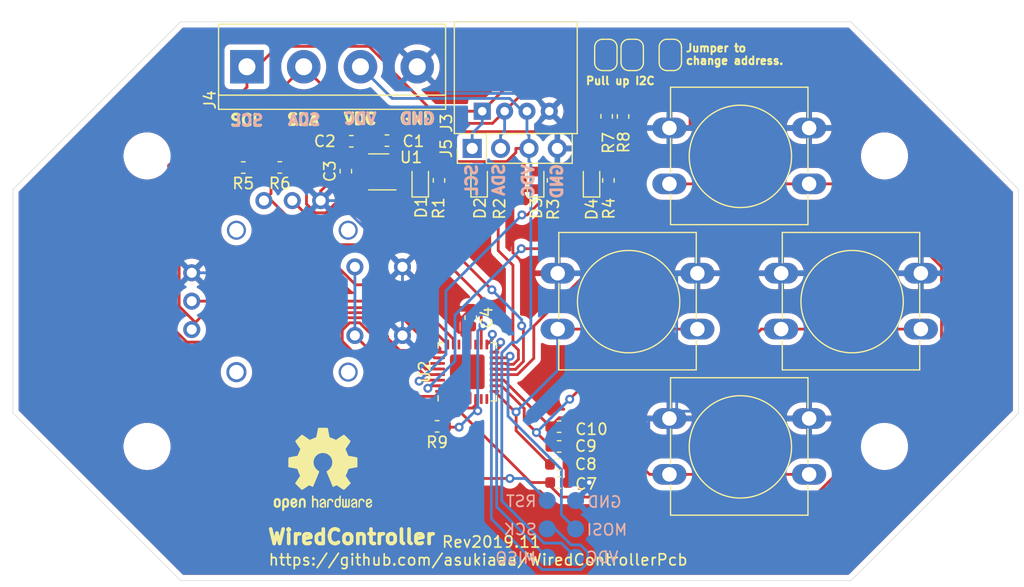
<source format=kicad_pcb>
(kicad_pcb (version 20211014) (generator pcbnew)
  (layers (0 "F.Cu" signal) (31 "B.Cu" signal) (34 "B.Paste" user) (35 "F.Paste" user) (36 "B.SilkS" user "B.Silkscreen") (37 "F.SilkS" user "F.Silkscreen") (38 "B.Mask" user) (39 "F.Mask" user) (44 "Edge.Cuts" user))
  (net 0 "")
  (net 1 "GND")
  (net 2 "Net-(C2-Pad1)")
  (net 3 "+3V3")
  (net 4 "Net-(C4-Pad2)")
  (net 5 "Net-(D1-Pad2)")
  (net 6 "Net-(D2-Pad2)")
  (net 7 "Net-(D3-Pad2)")
  (net 8 "/VertFailSafe")
  (net 9 "/VertValue")
  (net 10 "/HoriFailSafe")
  (net 11 "/HoriValue")
  (net 12 "/RST")
  (net 13 "/MISO")
  (net 14 "/SCK")
  (net 15 "/MOSI")
  (net 16 "/SDA")
  (net 17 "/SCL")
  (net 18 "/LED1")
  (net 19 "/LED2")
  (net 20 "/LED3")
  (net 21 "/BTNT")
  (net 22 "/BTNL")
  (net 23 "/BTNR")
  (net 24 "/BTNB")
  (net 26 "Net-(D4-Pad2)")
  (net 27 "/ADDR")
  (net 28 "/LED4")
  (net 29 "/JOY_PUSH")
  (net 34 "VDC")
  (net 35 "Net-(JP2-Pad2)")
  (net 36 "Net-(JP3-Pad2)")
  (footprint "Capacitor_SMD:C_0603_1608Metric" (layer "F.Cu") (at 133.47 60.63 180)
    (fp_text reference "C1")
    (fp_text value "1u")
  )
  (footprint "Capacitor_SMD:C_0603_1608Metric" (layer "F.Cu") (at 130.28 60.69 180)
    (fp_text reference "C2")
    (fp_text value "10n")
  )
  (footprint "Capacitor_SMD:C_0603_1608Metric" (layer "F.Cu") (at 129.79 63.368 90)
    (fp_text reference "C3")
    (fp_text value "2.2u")
  )
  (footprint "Capacitor_SMD:C_0603_1608Metric" (layer "F.Cu") (at 140.97 76.4725 -90)
    (fp_text reference "C4")
    (fp_text value "0.1u")
  )
  (footprint "LED_SMD:LED_0603_1608Metric" (layer "F.Cu") (at 136.45 64.19 90)
    (fp_text reference "D1")
    (fp_text value "LED")
  )
  (footprint "LED_SMD:LED_0603_1608Metric" (layer "F.Cu") (at 141.72 64.19 90)
    (fp_text reference "D2")
    (fp_text value "LED")
  )
  (footprint "LED_SMD:LED_0603_1608Metric" (layer "F.Cu") (at 146.78 64.19 90)
    (fp_text reference "D3")
    (fp_text value "LED")
  )
  (footprint "footprints:PS4tJoystick" (layer "F.Cu") (at 125 75 180)
    (fp_text reference "J1" hide)
    (fp_text value "Joystick")
  )
  (footprint "footprints:NS-Tech_Grove_1x04_P2mm_Horizontal" (layer "F.Cu") (at 145 58 90)
    (fp_text reference "J3")
    (fp_text value "Conn_01x04")
  )
  (footprint "Resistor_SMD:R_0603_1608Metric" (layer "F.Cu") (at 138.13 64.19 90)
    (fp_text reference "R1")
    (fp_text value "1k")
  )
  (footprint "Resistor_SMD:R_0603_1608Metric" (layer "F.Cu") (at 143.43 64.19 90)
    (fp_text reference "R2")
    (fp_text value "1k")
  )
  (footprint "Resistor_SMD:R_0603_1608Metric" (layer "F.Cu") (at 148.33 64.19 90)
    (fp_text reference "R3")
    (fp_text value "1k")
  )
  (footprint "Resistor_SMD:R_0603_1608Metric" (layer "F.Cu") (at 120.612 63.04 180)
    (fp_text reference "R5")
    (fp_text value "1k")
  )
  (footprint "Resistor_SMD:R_0603_1608Metric" (layer "F.Cu") (at 123.882 63.03 180)
    (fp_text reference "R6")
    (fp_text value "1k")
  )
  (footprint "footprints:SW_Center_PUSH-12mm" (layer "F.Cu") (at 165 62)
    (fp_text reference "SW1" hide)
    (fp_text value "SW_Push")
  )
  (footprint "Package_TO_SOT_SMD:SOT-23-5" (layer "F.Cu") (at 132.73 63.43 180)
    (fp_text reference "U1")
    (fp_text value "LP2985-3.3")
  )
  (footprint "Package_DFN_QFN:QFN-32-1EP_5x5mm_P0.5mm_EP3.1x3.1mm" (layer "F.Cu") (at 140.66 81.32 90)
    (fp_text reference "U2")
    (fp_text value "ATmega328P-MU")
  )
  (footprint "LED_SMD:LED_0603_1608Metric" (layer "F.Cu") (at 151.78 64.19 90)
    (fp_text reference "D4")
    (fp_text value "LED")
  )
  (footprint "Jumper:SolderJumper-2_P1.3mm_Open_RoundedPad1.0x1.5mm" (layer "F.Cu") (at 158.83 52.96 -90)
    (fp_text reference "JP1" hide)
    (fp_text value "Jumper_NO")
  )
  (footprint "Resistor_SMD:R_0603_1608Metric" (layer "F.Cu") (at 153.29 64.19 90)
    (fp_text reference "R4")
    (fp_text value "1k")
  )
  (footprint "Capacitor_SMD:C_0603_1608Metric" (layer "F.Cu") (at 148.868 91.23)
    (fp_text reference "C7")
    (fp_text value "0.1u")
  )
  (footprint "Capacitor_SMD:C_0603_1608Metric" (layer "F.Cu") (at 148.842 89.61)
    (fp_text reference "C8")
    (fp_text value "0.1u")
  )
  (footprint "Capacitor_SMD:C_0603_1608Metric" (layer "F.Cu") (at 148.88 88)
    (fp_text reference "C9")
    (fp_text value "0.1u")
  )
  (footprint "Capacitor_SMD:C_0603_1608Metric" (layer "F.Cu") (at 148.872 86.23)
    (fp_text reference "C10")
    (fp_text value "0.1u")
  )
  (footprint "footprints:SW_Center_PUSH-12mm" (layer "F.Cu") (at 155 75)
    (fp_text reference "SW2" hide)
    (fp_text value "SW_Push")
  )
  (footprint "footprints:SW_Center_PUSH-12mm" (layer "F.Cu") (at 175 75)
    (fp_text reference "SW3" hide)
    (fp_text value "SW_Push")
  )
  (footprint "footprints:SW_Center_PUSH-12mm" (layer "F.Cu") (at 165 88)
    (fp_text reference "SW4" hide)
    (fp_text value "SW_Push")
  )
  (footprint "MountingHole:MountingHole_3.2mm_M3" (layer "F.Cu") (at 112 62)
    (fp_text reference "REF1" hide)
    (fp_text value "MountingHole_3.2mm_M3")
  )
  (footprint "MountingHole:MountingHole_3.2mm_M3" (layer "F.Cu") (at 178 62)
    (fp_text reference "REF3" hide)
    (fp_text value "MountingHole_3.2mm_M3")
  )
  (footprint "MountingHole:MountingHole_3.2mm_M3" (layer "F.Cu") (at 112 88)
    (fp_text reference "REF2" hide)
    (fp_text value "MountingHole_3.2mm_M3")
  )
  (footprint "MountingHole:MountingHole_3.2mm_M3" (layer "F.Cu") (at 178 88)
    (fp_text reference "REF4" hide)
    (fp_text value "MountingHole_3.2mm_M3")
  )
  (footprint "Symbol:OSHW-Logo2_9.8x8mm_SilkScreen" (layer "F.Cu") (at 127.74 90.05)
    (fp_text reference "REF**" hide)
    (fp_text value "OSHW-Logo2_9.8x8mm_SilkScreen" hide)
  )
  (footprint "TerminalBlock:TerminalBlock_bornier-4_P5.08mm" (layer "F.Cu") (at 120.94 54.02)
    (fp_text reference "J4")
    (fp_text value "Conn_01x04")
  )
  (footprint "Jumper:SolderJumper-2_P1.3mm_Open_RoundedPad1.0x1.5mm" (layer "F.Cu") (at 153.06 52.96 -90)
    (fp_text reference "JP2" hide)
    (fp_text value "Jumper_NO")
  )
  (footprint "Jumper:SolderJumper-2_P1.3mm_Open_RoundedPad1.0x1.5mm" (layer "F.Cu") (at 155.42 52.96 -90)
    (fp_text reference "JP3" hide)
    (fp_text value "Jumper_NO")
  )
  (footprint "Resistor_SMD:R_0603_1608Metric" (layer "F.Cu") (at 153.13 58.4575 90)
    (fp_text reference "R7")
    (fp_text value "10k")
  )
  (footprint "Resistor_SMD:R_0603_1608Metric" (layer "F.Cu") (at 154.6 58.4675 90)
    (fp_text reference "R8")
    (fp_text value "10k")
  )
  (footprint "Connector_PinHeader_2.54mm:PinHeader_1x04_P2.54mm_Vertical" (layer "F.Cu") (at 141.1 61.33 90)
    (fp_text reference "J5")
    (fp_text value "Conn_01x04")
  )
  (footprint "Resistor_SMD:R_0603_1608Metric" (layer "F.Cu") (at 137.9625 86.2 180)
    (fp_text reference "R9")
    (fp_text value "10k")
  )
  (footprint "footprints:2x03_P2.54mm_Pads" (layer "B.Cu") (at 149.08 95.38)
    (fp_text reference "J2" hide)
    (fp_text value "Conn_01x06")
  )
  (gr_line (start 175 100) (end 115 100) (layer "Edge.Cuts") (width 0.05))
  (gr_line (start 100 65) (end 115 50) (layer "Edge.Cuts") (width 0.05))
  (gr_line (start 115 100) (end 100 85) (layer "Edge.Cuts") (width 0.05))
  (gr_line (start 100 85) (end 100 65) (layer "Edge.Cuts") (width 0.05))
  (gr_line (start 190 65) (end 190 85) (layer "Edge.Cuts") (width 0.05))
  (gr_line (start 190 85) (end 175 100) (layer "Edge.Cuts") (width 0.05))
  (gr_line (start 175 50) (end 190 65) (layer "Edge.Cuts") (width 0.05))
  (gr_line (start 115 50) (end 175 50) (layer "Edge.Cuts") (width 0.05))
  (gr_text "SCL" (at 120.99 58.83) (layer "B.SilkS") (effects (font (size 1 1) (thickness 0.25)) (justify mirror)))
  (gr_text "GND" (at 136.24 58.67) (layer "B.SilkS") (effects (font (size 1 1) (thickness 0.25)) (justify mirror)))
  (gr_text "SCL" (at 141.05 64.15 90) (layer "B.SilkS") (effects (font (size 1 1) (thickness 0.25)) (justify mirror)))
  (gr_text "VDC" (at 131.07 58.67) (layer "B.SilkS") (effects (font (size 1 1) (thickness 0.25)) (justify mirror)))
  (gr_text "GND" (at 148.68 64.27 90) (layer "B.SilkS") (effects (font (size 1 1) (thickness 0.25)) (justify mirror)))
  (gr_text "VDC" (at 146.11 64.22 90) (layer "B.SilkS") (effects (font (size 1 1) (thickness 0.25)) (justify mirror)))
  (gr_text "RST" (at 145.49 92.91) (layer "B.SilkS") (effects (font (size 1 1)) (justify mirror)))
  (gr_text "SCK" (at 145.4 95.43) (layer "B.SilkS") (effects (font (size 1 1)) (justify mirror)))
  (gr_text "GND" (at 152.94 92.97) (layer "B.SilkS") (effects (font (size 1 1)) (justify mirror)))
  (gr_text "MISO" (at 144.99 97.99) (layer "B.SilkS") (effects (font (size 1 1)) (justify mirror)))
  (gr_text "MOSI" (at 153.16 95.46) (layer "B.SilkS") (effects (font (size 1 1)) (justify mirror)))
  (gr_text "SDA" (at 143.48 64.13 90) (layer "B.SilkS") (effects (font (size 1 1) (thickness 0.25)) (justify mirror)))
  (gr_text "SDA" (at 126.08 58.77) (layer "B.SilkS") (effects (font (size 1 1) (thickness 0.25)) (justify mirror)))
  (gr_text "VDC" (at 152.75 97.92) (layer "B.SilkS") (effects (font (size 1 1)) (justify mirror)))
  (gr_text "Pull up I2C" (at 151.19 55.28) (layer "F.SilkS") (effects (font (size 0.7 0.7) (thickness 0.175)) (justify left)))
  (gr_text "SDA" (at 125.96 58.75) (layer "F.SilkS") (effects (font (size 1 1) (thickness 0.25))))
  (gr_text "Rev2019.11" (at 142.81 96.55) (layer "F.SilkS") (effects (font (size 1 1))))
  (gr_text "Jumper to\nchange address." (at 160.14 52.91) (layer "F.SilkS") (effects (font (size 0.7 0.7) (thickness 0.175)) (justify left)))
  (gr_text "https://github.com/asukiaaa/WiredControllerPcb" (at 141.63 98.15) (layer "F.SilkS") (effects (font (size 1 1))))
  (gr_text "SCL" (at 120.85 58.81) (layer "F.SilkS") (effects (font (size 1 1) (thickness 0.25))))
  (gr_text "GND" (at 136.16 58.67) (layer "F.SilkS") (effects (font (size 1 1) (thickness 0.25))))
  (gr_text "WiredController" (at 130.31 96.1) (layer "F.SilkS") (effects (font (size 1.3 1.3) (thickness 0.325))))
  (gr_text "VDC" (at 131.07 58.69) (layer "F.SilkS") (effects (font (size 1 1) (thickness 0.25))))
  (segment (start 140.41 81.07) (end 140.41 78.8825) (width 0.25) (layer "F.Cu") (net 1))
  (segment (start 140.66 82.9944) (end 140.66 81.32) (width 0.25) (layer "F.Cu") (net 1))
  (segment (start 141.72 64.9775) (end 142.4992 64.1983) (width 0.25) (layer "F.Cu") (net 1))
  (segment (start 146.78 64.9775) (end 144.7445 64.9775) (width 0.25) (layer "F.Cu") (net 1))
  (segment (start 140.91 83.2444) (end 140.91 83.7575) (width 0.25) (layer "F.Cu") (net 1))
  (segment (start 147.5675 64.19) (end 149.0522 64.19) (width 0.25) (layer "F.Cu") (net 1))
  (segment (start 139.91 83.2663) (end 140.1819 82.9944) (width 0.25) (layer "F.Cu") (net 1))
  (segment (start 133.83 63.43) (end 132.9747 63.43) (width 0.25) (layer "F.Cu") (net 1))
  (segment (start 181.25 72.5) (end 168.75 72.5) (width 0.25) (layer "F.Cu") (net 1))
  (segment (start 140.66 82.9944) (end 140.91 83.2444) (width 0.25) (layer "F.Cu") (net 1))
  (segment (start 129.809 62.8725) (end 129.809 62.5995) (width 0.25) (layer "F.Cu") (net 1))
  (segment (start 149.6295 89.61) (end 149.6675 89.572) (width 0.25) (layer "F.Cu") (net 1))
  (segment (start 136.45 64.9775) (end 136.379 65.0485) (width 0.25) (layer "F.Cu") (net 1))
  (segment (start 149.6555 89.636) (end 149.6295 89.61) (width 0.25) (layer "F.Cu") (net 1))
  (segment (start 141.72 64.9775) (end 140.9408 64.1983) (width 0.25) (layer "F.Cu") (net 1))
  (segment (start 129.809 62.8725) (end 130.0877 63.1512) (width 0.25) (layer "F.Cu") (net 1))
  (segment (start 149.0522 64.19) (end 149.1372 64.105) (width 0.25) (layer "F.Cu") (net 1))
  (segment (start 146.5862 72.5) (end 148.75 72.5) (width 0.25) (layer "F.Cu") (net 1))
  (segment (start 133.145 65.0485) (end 132.9747 64.8782) (width 0.25) (layer "F.Cu") (net 1))
  (segment (start 149.6675 89.572) (end 149.6675 88) (width 0.25) (layer "F.Cu") (net 1))
  (segment (start 140.66 81.32) (end 140.41 81.07) (width 0.25) (layer "F.Cu") (net 1))
  (segment (start 132.9747 63.43) (end 132.9613 63.43) (width 0.25) (layer "F.Cu") (net 1))
  (segment (start 171.25 59.5) (end 160.5993 59.5) (width 0.25) (layer "F.Cu") (net 1))
  (segment (start 139.91 83.7575) (end 139.91 83.2663) (width 0.25) (layer "F.Cu") (net 1))
  (segment (start 140.9408 64.1983) (end 137.2292 64.1983) (width 0.25) (layer "F.Cu") (net 1))
  (segment (start 129.809 62.5995) (end 129.79 62.5805) (width 0.25) (layer "F.Cu") (net 1))
  (segment (start 160.5993 52.4993) (end 160.5993 53.9291) (width 0.25) (layer "F.Cu") (net 1))
  (segment (start 130.0877 63.1512) (end 132.6825 63.1512) (width 0.25) (layer "F.Cu") (net 1))
  (segment (start 132.9613 63.43) (end 132.6825 63.1512) (width 0.25) (layer "F.Cu") (net 1))
  (segment (start 146.78 64.9775) (end 147.5675 64.19) (width 0.25) (layer "F.Cu") (net 1))
  (segment (start 149.6675 86.23) (end 149.6675 88) (width 0.25) (layer "F.Cu") (net 1))
  (segment (start 137.2292 64.1983) (end 136.45 64.9775) (width 0.25) (layer "F.Cu") (net 1))
  (segment (start 151.78 64.9775) (end 150.9075 64.105) (width 0.25) (layer "F.Cu") (net 1))
  (segment (start 160.5993 59.5) (end 160.5993 53.9291) (width 0.25) (layer "F.Cu") (net 1))
  (segment (start 144.7445 64.9775) (end 144.7445 70.6583) (width 0.25) (layer "F.Cu") (net 1))
  (segment (start 149.6555 91.23) (end 151.57 91.23) (width 0.25) (layer "F.Cu") (net 1))
  (segment (start 148.72 61.33) (end 148.72 62.5053) (width 0.25) (layer "F.Cu") (net 1))
  (segment (start 142.4992 64.1983) (end 143.9653 64.1983) (width 0.25) (layer "F.Cu") (net 1))
  (segment (start 150.9075 64.105) (end 149.1372 64.105) (width 0.25) (layer "F.Cu") (net 1))
  (segment (start 158.83 52.31) (end 160.41 52.31) (width 0.25) (layer "F.Cu") (net 1))
  (segment (start 151.57 91.23) (end 151.575 91.225) (width 0.25) (layer "F.Cu") (net 1))
  (segment (start 129.4925 62.283) (end 129.4925 60.69) (width 0.25) (layer "F.Cu") (net 1))
  (segment (start 140.1819 82.9944) (end 140.66 82.9944) (width 0.25) (layer "F.Cu") (net 1))
  (segment (start 129.79 62.5805) (end 129.4925 62.283) (width 0.25) (layer "F.Cu") (net 1))
  (segment (start 160.41 52.31) (end 160.5993 52.4993) (width 0.25) (layer "F.Cu") (net 1))
  (segment (start 132.6825 63.1512) (end 132.6825 60.63) (width 0.25) (layer "F.Cu") (net 1))
  (segment (start 144.7445 70.6583) (end 146.5862 72.5) (width 0.25) (layer "F.Cu") (net 1))
  (segment (start 158.75 59.5) (end 160.5993 59.5) (width 0.25) (layer "F.Cu") (net 1))
  (segment (start 143.9653 64.1983) (end 144.7445 64.9775) (width 0.25) (layer "F.Cu") (net 1))
  (segment (start 149.1372 62.9225) (end 148.72 62.5053) (width 0.25) (layer "F.Cu") (net 1))
  (segment (start 127.54 66) (end 127.54 65.1415) (width 0.25) (layer "F.Cu") (net 1))
  (segment (start 140.1688 78.0217) (end 140.1688 76.4862) (width 0.25) (layer "F.Cu") (net 1))
  (segment (start 149.6555 91.23) (end 149.6555 89.636) (width 0.25) (layer "F.Cu") (net 1))
  (segment (start 149.6675 86.23) (end 149.6595 86.23) (width 0.25) (layer "F.Cu") (net 1))
  (segment (start 149.1372 64.105) (end 149.1372 62.9225) (width 0.25) (layer "F.Cu") (net 1))
  (segment (start 134.86 71.93) (end 139.4162 76.4862) (width 0.25) (layer "F.Cu") (net 1))
  (segment (start 127.54 65.1415) (end 129.809 62.8725) (width 0.25) (layer "F.Cu") (net 1))
  (segment (start 140.41 78.2629) (end 140.1688 78.0217) (width 0.25) (layer "F.Cu") (net 1))
  (segment (start 139.4162 76.4862) (end 140.1688 76.4862) (width 0.25) (layer "F.Cu") (net 1))
  (segment (start 158.9802 52.31) (end 158.83 52.31) (width 0.25) (layer "F.Cu") (net 1))
  (segment (start 140.41 78.8825) (end 140.41 78.2629) (width 0.25) (layer "F.Cu") (net 1))
  (segment (start 140.1688 76.4862) (end 140.97 75.685) (width 0.25) (layer "F.Cu") (net 1))
  (segment (start 132.9747 64.8782) (end 132.9747 63.43) (width 0.25) (layer "F.Cu") (net 1))
  (segment (start 136.379 65.0485) (end 133.145 65.0485) (width 0.25) (layer "F.Cu") (net 1))
  (via (at 151.575 91.225) (size 0.8) (drill 0.4) (layers "F.Cu" "B.Cu") (net 1))
  (segment (start 145.2721 56.6876) (end 145.2476 56.6876) (width 0.25) (layer "B.Cu") (net 1))
  (segment (start 168.75 84.8493) (end 169.4007 85.5) (width 0.25) (layer "B.Cu") (net 1))
  (segment (start 121.08 72.46) (end 127.54 66) (width 0.25) (layer "B.Cu") (net 1))
  (segment (start 134.86 78.07) (end 134.86 71.93) (width 0.25) (layer "B.Cu") (net 1))
  (segment (start 134.86 71.93) (end 134.86 71.8477) (width 0.25) (layer "B.Cu") (net 1))
  (segment (start 159.4007 84.8493) (end 168.75 84.8493) (width 0.25) (layer "B.Cu") (net 1))
  (segment (start 168.75 72.5) (end 163.0993 72.5) (width 0.25) (layer "B.Cu") (net 1))
  (segment (start 149.5 59.5) (end 149.4374 59.4373) (width 0.25) (layer "B.Cu") (net 1))
  (segment (start 138.176 56.016) (end 136.18 54.02) (width 0.25) (layer "B.Cu") (net 1))
  (segment (start 151.575 91.225) (end 151.575 91.615) (width 0.25) (layer "B.Cu") (net 1))
  (segment (start 145.4391 56.8546) (end 145.2721 56.6876) (width 0.25) (layer "B.Cu") (net 1))
  (segment (start 134.86 71.8477) (end 129.0123 66) (width 0.25) (layer "B.Cu") (net 1))
  (segment (start 144.9839 56.4043) (end 138.4636 56.4043) (width 0.25) (layer "B.Cu") (net 1))
  (segment (start 171.25 85.5) (end 169.4007 85.5) (width 0.25) (layer "B.Cu") (net 1))
  (segment (start 138.4636 56.4043) (end 138.176 56.1167) (width 0.25) (layer "B.Cu") (net 1))
  (segment (start 148.72 61.33) (end 148.72 60.1547) (width 0.25) (layer "B.Cu") (net 1))
  (segment (start 148 58) (end 146.8546 56.8546) (width 0.25) (layer "B.Cu") (net 1))
  (segment (start 161.25 72.5) (end 163.0993 72.5) (width 0.25) (layer "B.Cu") (net 1))
  (segment (start 149.4374 59.4373) (end 148.72 60.1547) (width 0.25) (layer "B.Cu") (net 1))
  (segment (start 138.176 56.1167) (end 138.176 56.016) (width 0.25) (layer "B.Cu") (net 1))
  (segment (start 145.2476 56.6876) (end 145.2476 56.668) (width 0.25) (layer "B.Cu") (net 1))
  (segment (start 156.9007 59.5) (end 149.5 59.5) (width 0.25) (layer "B.Cu") (net 1))
  (segment (start 145.2476 56.668) (end 144.9839 56.4043) (width 0.25) (layer "B.Cu") (net 1))
  (segment (start 129.0123 66) (end 127.54 66) (width 0.25) (layer "B.Cu") (net 1))
  (segment (start 159.4007 84.8493) (end 158.75 85.5) (width 0.25) (layer "B.Cu") (net 1))
  (segment (start 156.9007 86.2893) (end 150.35 92.84) (width 0.25) (layer "B.Cu") (net 1))
  (segment (start 146.8546 56.8546) (end 145.4391 56.8546) (width 0.25) (layer "B.Cu") (net 1))
  (segment (start 156.9007 85.5) (end 156.9007 86.2893) (width 0.25) (layer "B.Cu") (net 1))
  (segment (start 148.75 72.5) (end 159.4007 72.5) (width 0.25) (layer "B.Cu") (net 1))
  (segment (start 149.4374 59.4373) (end 148 58) (width 0.25) (layer "B.Cu") (net 1))
  (segment (start 158.75 85.5) (end 156.9007 85.5) (width 0.25) (layer "B.Cu") (net 1))
  (segment (start 151.575 91.615) (end 150.35 92.84) (width 0.25) (layer "B.Cu") (net 1))
  (segment (start 159.4007 72.5) (end 159.4007 84.8493) (width 0.25) (layer "B.Cu") (net 1))
  (segment (start 116 72.46) (end 121.08 72.46) (width 0.25) (layer "B.Cu") (net 1))
  (segment (start 161.25 72.5) (end 159.4007 72.5) (width 0.25) (layer "B.Cu") (net 1))
  (segment (start 158.75 59.5) (end 156.9007 59.5) (width 0.25) (layer "B.Cu") (net 1))
  (segment (start 130.7747 60.9828) (end 131.0675 60.69) (width 0.25) (layer "F.Cu") (net 2))
  (segment (start 131.63 62.48) (end 130.7747 62.48) (width 0.25) (layer "F.Cu") (net 2))
  (segment (start 130.7747 62.48) (end 130.7747 60.9828) (width 0.25) (layer "F.Cu") (net 2))
  (segment (start 141.2377 84.4541) (end 141.5945 84.8109) (width 0.25) (layer "F.Cu") (net 3))
  (segment (start 140.41 84.2934) (end 140.41 83.7575) (width 0.25) (layer "F.Cu") (net 3))
  (segment (start 139.925 86.275) (end 138.825 86.275) (width 0.25) (layer "F.Cu") (net 3))
  (segment (start 141.91 77.2115) (end 141.91 74.66) (width 0.25) (layer "F.Cu") (net 3))
  (segment (start 141.41 84.2818) (end 141.2377 84.4541) (width 0.25) (layer "F.Cu") (net 3))
  (segment (start 140.6795 84.5629) (end 140.41 84.2934) (width 0.25) (layer "F.Cu") (net 3))
  (segment (start 141.2377 84.4541) (end 141.1289 84.5629) (width 0.25) (layer "F.Cu") (net 3))
  (segment (start 131.63 64.38) (end 132.4853 64.38) (width 0.25) (layer "F.Cu") (net 3))
  (segment (start 130.0145 64.38) (end 129.79 64.1555) (width 0.25) (layer "F.Cu") (net 3))
  (segment (start 124.6695 63.03) (end 127.8749 59.8246) (width 0.25) (layer "F.Cu") (net 3))
  (segment (start 154.59 59.245) (end 153.13 59.245) (width 0.25) (layer "F.Cu") (net 3))
  (segment (start 130.0145 64.38) (end 130.0145 65.0868) (width 0.25) (layer "F.Cu") (net 3))
  (segment (start 141.91 74.66) (end 132.4853 65.2353) (width 0.25) (layer "F.Cu") (net 3))
  (segment (start 124.6695 63.03) (end 123.8664 62.2269) (width 0.25) (layer "F.Cu") (net 3))
  (segment (start 130.0145 65.0868) (end 128.0062 67.0951) (width 0.25) (layer "F.Cu") (net 3))
  (segment (start 138.825 86.275) (end 138.75 86.2) (width 0.25) (layer "F.Cu") (net 3))
  (segment (start 126.27 64.6305) (end 124.6695 63.03) (width 0.25) (layer "F.Cu") (net 3))
  (segment (start 141.1289 84.5629) (end 140.6795 84.5629) (width 0.25) (layer "F.Cu") (net 3))
  (segment (start 126.27 66.3) (end 126.27 64.6305) (width 0.25) (layer "F.Cu") (net 3))
  (segment (start 141.41 83.7575) (end 141.41 84.2818) (width 0.25) (layer "F.Cu") (net 3))
  (segment (start 141.91 77.2115) (end 142.0545 77.2115) (width 0.25) (layer "F.Cu") (net 3))
  (segment (start 131.63 64.38) (end 130.0145 64.38) (width 0.25) (layer "F.Cu") (net 3))
  (segment (start 123.8664 62.2269) (end 122.2126 62.2269) (width 0.25) (layer "F.Cu") (net 3))
  (segment (start 152.5504 59.8246) (end 153.13 59.245) (width 0.25) (layer "F.Cu") (net 3))
  (segment (start 141.91 78.8825) (end 141.91 77.2115) (width 0.25) (layer "F.Cu") (net 3))
  (segment (start 127.8749 59.8246) (end 152.5504 59.8246) (width 0.25) (layer "F.Cu") (net 3))
  (segment (start 154.6 59.255) (end 154.59 59.245) (width 0.25) (layer "F.Cu") (net 3))
  (segment (start 132.4853 65.2353) (end 132.4853 64.38) (width 0.25) (layer "F.Cu") (net 3))
  (segment (start 127.0651 67.0951) (end 126.27 66.3) (width 0.25) (layer "F.Cu") (net 3))
  (segment (start 128.0062 67.0951) (end 127.0651 67.0951) (width 0.25) (layer "F.Cu") (net 3))
  (segment (start 122.2126 62.2269) (end 121.3995 63.04) (width 0.25) (layer "F.Cu") (net 3))
  (via (at 141.5945 84.8109) (size 0.8) (drill 0.4) (layers "F.Cu" "B.Cu") (net 3))
  (via (at 142.0545 77.2115) (size 0.8) (drill 0.4) (layers "F.Cu" "B.Cu") (net 3))
  (via (at 139.925 86.275) (size 0.8) (drill 0.4) (layers "F.Cu" "B.Cu") (net 3))
  (segment (start 141.5945 77.6715) (end 141.5945 84.8109) (width 0.25) (layer "B.Cu") (net 3))
  (segment (start 142.0545 77.2115) (end 141.5945 77.6715) (width 0.25) (layer "B.Cu") (net 3))
  (segment (start 141.5945 84.8109) (end 141.3891 84.8109) (width 0.25) (layer "B.Cu") (net 3))
  (segment (start 141.3891 84.8109) (end 139.925 86.275) (width 0.25) (layer "B.Cu") (net 3))
  (segment (start 140.91 77.32) (end 140.97 77.26) (width 0.25) (layer "F.Cu") (net 4))
  (segment (start 140.91 78.8825) (end 140.91 77.32) (width 0.25) (layer "F.Cu") (net 4))
  (segment (start 136.45 63.4025) (end 138.13 63.4025) (width 0.25) (layer "F.Cu") (net 5))
  (segment (start 141.72 63.4025) (end 143.43 63.4025) (width 0.25) (layer "F.Cu") (net 6))
  (segment (start 146.78 63.4025) (end 148.33 63.4025) (width 0.25) (layer "F.Cu") (net 7))
  (segment (start 137.3993 79.0458) (end 133.9352 75.5817) (width 0.25) (layer "F.Cu") (net 8))
  (segment (start 133.9352 75.5817) (end 117.6403 75.5817) (width 0.25) (layer "F.Cu") (net 8))
  (segment (start 117.6403 75.5817) (end 116.3175 76.9045) (width 0.25) (layer "F.Cu") (net 8))
  (segment (start 137.3993 79.7425) (end 137.3993 79.0458) (width 0.25) (layer "F.Cu") (net 8))
  (segment (start 116.3175 77.2225) (end 116 77.54) (width 0.25) (layer "F.Cu") (net 8))
  (segment (start 114.8746 75.4616) (end 116.3175 76.9045) (width 0.25) (layer "F.Cu") (net 8))
  (segment (start 114.8746 67.9899) (end 114.8746 75.4616) (width 0.25) (layer "F.Cu") (net 8))
  (segment (start 119.8245 63.04) (end 114.8746 67.9899) (width 0.25) (layer "F.Cu") (net 8))
  (segment (start 137.7268 80.07) (end 137.3993 79.7425) (width 0.25) (layer "F.Cu") (net 8))
  (segment (start 138.2225 80.07) (end 137.7268 80.07) (width 0.25) (layer "F.Cu") (net 8))
  (segment (start 116.3175 76.9045) (end 116.3175 77.2225) (width 0.25) (layer "F.Cu") (net 8))
  (segment (start 133.9904 75) (end 138.2225 79.2321) (width 0.25) (layer "F.Cu") (net 9))
  (segment (start 138.2225 79.2321) (end 138.2225 79.57) (width 0.25) (layer "F.Cu") (net 9))
  (segment (start 116 75) (end 133.9904 75) (width 0.25) (layer "F.Cu") (net 9))
  (segment (start 122.7933 65.6667) (end 122.46 66) (width 0.25) (layer "F.Cu") (net 10))
  (segment (start 130.6576 73.531) (end 122.7933 65.6667) (width 0.25) (layer "F.Cu") (net 10))
  (segment (start 138.91 78.8825) (end 133.5585 73.531) (width 0.25) (layer "F.Cu") (net 10))
  (segment (start 123.0945 63.03) (end 123.0945 65.3655) (width 0.25) (layer "F.Cu") (net 10))
  (segment (start 123.0945 65.3655) (end 122.7933 65.6667) (width 0.25) (layer "F.Cu") (net 10))
  (segment (start 133.5585 73.531) (end 130.6576 73.531) (width 0.25) (layer "F.Cu") (net 10))
  (segment (start 128.9417 69.9417) (end 125 66) (width 0.25) (layer "F.Cu") (net 11))
  (segment (start 139.41 78.8825) (end 139.41 78.3789) (width 0.25) (layer "F.Cu") (net 11))
  (segment (start 139.41 78.3789) (end 130.9728 69.9417) (width 0.25) (layer "F.Cu") (net 11))
  (segment (start 130.9728 69.9417) (end 128.9417 69.9417) (width 0.25) (layer "F.Cu") (net 11))
  (segment (start 132.2823 78.3393) (end 135.0813 81.1383) (width 0.25) (layer "F.Cu") (net 12))
  (segment (start 135.0813 81.1383) (end 136.357 81.1383) (width 0.25) (layer "F.Cu") (net 12))
  (segment (start 132.2823 78.1878) (end 132.2823 78.3393) (width 0.25) (layer "F.Cu") (net 12))
  (segment (start 136.357 81.1383) (end 136.7887 81.57) (width 0.25) (layer "F.Cu") (net 12))
  (segment (start 130.1311 76.9327) (end 131.0272 76.9327) (width 0.25) (layer "F.Cu") (net 12))
  (segment (start 144.4716 90.8677) (end 141.7662 90.8677) (width 0.25) (layer "F.Cu") (net 12))
  (segment (start 129.4697 78.5712) (end 129.4697 77.5941) (width 0.25) (layer "F.Cu") (net 12))
  (segment (start 136.7887 81.57) (end 138.2225 81.57) (width 0.25) (layer "F.Cu") (net 12))
  (segment (start 131.0272 76.9327) (end 132.2823 78.1878) (width 0.25) (layer "F.Cu") (net 12))
  (segment (start 129.4697 77.5941) (end 130.1311 76.9327) (width 0.25) (layer "F.Cu") (net 12))
  (segment (start 141.7662 90.8677) (end 129.4697 78.5712) (width 0.25) (layer "F.Cu") (net 12))
  (via (at 144.4716 90.8677) (size 0.8) (drill 0.4) (layers "F.Cu" "B.Cu") (net 12))
  (segment (start 144.4716 90.8677) (end 145.8377 90.8677) (width 0.25) (layer "B.Cu") (net 12))
  (segment (start 145.8377 90.8677) (end 147.81 92.84) (width 0.25) (layer "B.Cu") (net 12))
  (segment (start 143.6426 79.0249) (end 143.6426 78.675) (width 0.25) (layer "F.Cu") (net 13))
  (segment (start 143.0975 79.57) (end 143.6426 79.0249) (width 0.25) (layer "F.Cu") (net 13))
  (via (at 143.6426 78.675) (size 0.8) (drill 0.4) (layers "F.Cu" "B.Cu") (net 13))
  (segment (start 143.2876 93.3976) (end 143.2876 79.03) (width 0.25) (layer "B.Cu") (net 13))
  (segment (start 147.81 97.92) (end 143.2876 93.3976) (width 0.25) (layer "B.Cu") (net 13))
  (segment (start 143.2876 79.03) (end 143.6426 78.675) (width 0.25) (layer "B.Cu") (net 13))
  (segment (start 142.41 78.8825) (end 142.9026 78.3899) (width 0.25) (layer "F.Cu") (net 14))
  (segment (start 142.9026 78.3899) (end 142.9026 77.9664) (width 0.25) (layer "F.Cu") (net 14))
  (via (at 142.9026 77.9664) (size 0.8) (drill 0.4) (layers "F.Cu" "B.Cu") (net 14))
  (segment (start 148.5222 95.38) (end 147.81 95.38) (width 0.25) (layer "B.Cu") (net 14))
  (segment (start 151.4436 97.4758) (end 150.7771 96.8093) (width 0.25) (layer "B.Cu") (net 14))
  (segment (start 142.816 78.053) (end 142.816 94.4856) (width 0.25) (layer "B.Cu") (net 14))
  (segment (start 151.4436 98.4111) (end 151.4436 97.4758) (width 0.25) (layer "B.Cu") (net 14))
  (segment (start 147.3455 99.0151) (end 150.8396 99.0151) (width 0.25) (layer "B.Cu") (net 14))
  (segment (start 142.9026 77.9664) (end 142.816 78.053) (width 0.25) (layer "B.Cu") (net 14))
  (segment (start 142.816 94.4856) (end 147.3455 99.0151) (width 0.25) (layer "B.Cu") (net 14))
  (segment (start 150.7771 96.8093) (end 149.9515 96.8093) (width 0.25) (layer "B.Cu") (net 14))
  (segment (start 150.8396 99.0151) (end 151.4436 98.4111) (width 0.25) (layer "B.Cu") (net 14))
  (segment (start 149.9515 96.8093) (end 148.5222 95.38) (width 0.25) (layer "B.Cu") (net 14))
  (segment (start 144.3399 80.07) (end 144.4831 79.9268) (width 0.25) (layer "F.Cu") (net 15))
  (segment (start 143.0975 80.07) (end 144.3399 80.07) (width 0.25) (layer "F.Cu") (net 15))
  (via (at 144.4831 79.9268) (size 0.8) (drill 0.4) (layers "F.Cu" "B.Cu") (net 15))
  (segment (start 149.08 94.11) (end 149.08 90.0663) (width 0.25) (layer "B.Cu") (net 15))
  (segment (start 144.3058 80.1041) (end 144.4831 79.9268) (width 0.25) (layer "B.Cu") (net 15))
  (segment (start 144.3058 85.2921) (end 144.3058 80.1041) (width 0.25) (layer "B.Cu") (net 15))
  (segment (start 150.35 95.38) (end 149.08 94.11) (width 0.25) (layer "B.Cu") (net 15))
  (segment (start 149.08 90.0663) (end 144.3058 85.2921) (width 0.25) (layer "B.Cu") (net 15))
  (segment (start 114.384 65.656) (end 126.02 54.02) (width 0.25) (layer "F.Cu") (net 16))
  (segment (start 153.06 52.31) (end 149.69 52.31) (width 0.25) (layer "F.Cu") (net 16))
  (segment (start 120.0297 76.032) (end 117.4004 78.6613) (width 0.25) (layer "F.Cu") (net 16))
  (segment (start 149.69 52.31) (end 144 58) (width 0.25) (layer "F.Cu") (net 16))
  (segment (start 117.4004 78.6613) (end 115.5559 78.6613) (width 0.25) (layer "F.Cu") (net 16))
  (segment (start 134.6251 79.4083) (end 133.5353 78.3185) (width 0.25) (layer "F.Cu") (net 16))
  (segment (start 138.2225 80.57) (end 137.0625 80.57) (width 0.25) (layer "F.Cu") (net 16))
  (segment (start 114.384 77.4894) (end 114.384 65.656) (width 0.25) (layer "F.Cu") (net 16))
  (segment (start 131.4096 76.032) (end 120.0297 76.032) (width 0.25) (layer "F.Cu") (net 16))
  (segment (start 126.02 54.02) (end 131.0873 59.0873) (width 0.25) (layer "F.Cu") (net 16))
  (segment (start 142.9127 59.0873) (end 144 58) (width 0.25) (layer "F.Cu") (net 16))
  (segment (start 135.9008 79.4083) (end 134.6251 79.4083) (width 0.25) (layer "F.Cu") (net 16))
  (segment (start 115.5559 78.6613) (end 114.384 77.4894) (width 0.25) (layer "F.Cu") (net 16))
  (segment (start 133.5353 78.1577) (end 131.4096 76.032) (width 0.25) (layer "F.Cu") (net 16))
  (segment (start 131.0873 59.0873) (end 142.9127 59.0873) (width 0.25) (layer "F.Cu") (net 16))
  (segment (start 137.0625 80.57) (end 135.9008 79.4083) (width 0.25) (layer "F.Cu") (net 16))
  (segment (start 133.5353 78.3185) (end 133.5353 78.1577) (width 0.25) (layer "F.Cu") (net 16))
  (segment (start 144 59.7947) (end 143.64 60.1547) (width 0.25) (layer "B.Cu") (net 16))
  (segment (start 144 58) (end 144 59.7947) (width 0.25) (layer "B.Cu") (net 16))
  (segment (start 143.64 60.7423) (end 143.64 60.1547) (width 0.25) (layer "B.Cu") (net 16))
  (segment (start 143.64 60.7423) (end 143.64 61.33) (width 0.25) (layer "B.Cu") (net 16))
  (segment (start 123.678 52.1946) (end 131.8608 52.1946) (width 0.25) (layer "F.Cu") (net 17))
  (segment (start 113.9337 62.8516) (end 113.9337 77.676) (width 0.25) (layer "F.Cu") (net 17))
  (segment (start 120.94 54.9326) (end 120.94 55.8453) (width 0.25) (layer "F.Cu") (net 17))
  (segment (start 154.5833 51.4733) (end 155.42 52.31) (width 0.25) (layer "F.Cu") (net 17))
  (segment (start 148.5267 51.4733) (end 154.5833 51.4733) (width 0.25) (layer "F.Cu") (net 17))
  (segment (start 120.94 54.9326) (end 123.678 52.1946) (width 0.25) (layer "F.Cu") (net 17))
  (segment (start 115.3693 79.1116) (end 117.8119 79.1116) (width 0.25) (layer "F.Cu") (net 17))
  (segment (start 133.64 54.0908) (end 137.5492 58) (width 0.25) (layer "F.Cu") (net 17))
  (segment (start 113.9337 77.676) (end 115.3693 79.1116) (width 0.25) (layer "F.Cu") (net 17))
  (segment (start 135.8732 80.0176) (end 136.9256 81.07) (width 0.25) (layer "F.Cu") (net 17))
  (segment (start 142 58) (end 140.9127 58) (width 0.25) (layer "F.Cu") (net 17))
  (segment (start 133.64 53.9738) (end 133.64 54.0908) (width 0.25) (layer "F.Cu") (net 17))
  (segment (start 120.94 54.02) (end 120.94 54.9326) (width 0.25) (layer "F.Cu") (net 17))
  (segment (start 136.9256 81.07) (end 138.2225 81.07) (width 0.25) (layer "F.Cu") (net 17))
  (segment (start 131.2214 76.4823) (end 132.7326 77.9935) (width 0.25) (layer "F.Cu") (net 17))
  (segment (start 131.8608 52.1946) (end 133.64 53.9738) (width 0.25) (layer "F.Cu") (net 17))
  (segment (start 137.5492 58) (end 140.9127 58) (width 0.25) (layer "F.Cu") (net 17))
  (segment (start 132.7326 77.9935) (end 132.7326 78.1527) (width 0.25) (layer "F.Cu") (net 17))
  (segment (start 120.94 55.8453) (end 113.9337 62.8516) (width 0.25) (layer "F.Cu") (net 17))
  (segment (start 120.4412 76.4823) (end 131.2214 76.4823) (width 0.25) (layer "F.Cu") (net 17))
  (segment (start 142 58) (end 148.5267 51.4733) (width 0.25) (layer "F.Cu") (net 17))
  (segment (start 132.7326 78.1527) (end 134.5975 80.0176) (width 0.25) (layer "F.Cu") (net 17))
  (segment (start 134.5975 80.0176) (end 135.8732 80.0176) (width 0.25) (layer "F.Cu") (net 17))
  (segment (start 117.8119 79.1116) (end 120.4412 76.4823) (width 0.25) (layer "F.Cu") (net 17))
  (segment (start 141.1 59.9873) (end 141.1 61.33) (width 0.25) (layer "B.Cu") (net 17))
  (segment (start 142 58) (end 142 59.0873) (width 0.25) (layer "B.Cu") (net 17))
  (segment (start 142 59.0873) (end 141.1 59.9873) (width 0.25) (layer "B.Cu") (net 17))
  (segment (start 144.9703 81.1025) (end 143.13 81.1025) (width 0.25) (layer "F.Cu") (net 18))
  (segment (start 145.6858 80.387) (end 144.9703 81.1025) (width 0.25) (layer "F.Cu") (net 18))
  (segment (start 143.13 81.1025) (end 143.0975 81.07) (width 0.25) (layer "F.Cu") (net 18))
  (segment (start 145.5266 77.2136) (end 145.6858 77.3728) (width 0.25) (layer "F.Cu") (net 18))
  (segment (start 142.8594 73.9834) (end 138.13 69.254) (width 0.25) (layer "F.Cu") (net 18))
  (segment (start 138.13 69.254) (end 138.13 64.9775) (width 0.25) (layer "F.Cu") (net 18))
  (segment (start 145.6858 77.3728) (end 145.6858 80.387) (width 0.25) (layer "F.Cu") (net 18))
  (via (at 145.5266 77.2136) (size 0.8) (drill 0.4) (layers "F.Cu" "B.Cu") (net 18))
  (via (at 142.8594 73.9834) (size 0.8) (drill 0.4) (layers "F.Cu" "B.Cu") (net 18))
  (segment (start 145.5266 76.6506) (end 142.8594 73.9834) (width 0.25) (layer "B.Cu") (net 18))
  (segment (start 145.5266 77.2136) (end 145.5266 76.6506) (width 0.25) (layer "B.Cu") (net 18))
  (segment (start 143.43 64.9775) (end 143.43 70.4763) (width 0.25) (layer "F.Cu") (net 19))
  (segment (start 144.7462 71.7925) (end 144.7462 78.8825) (width 0.25) (layer "F.Cu") (net 19))
  (segment (start 144.7836 80.6522) (end 144.1828 80.6522) (width 0.25) (layer "F.Cu") (net 19))
  (segment (start 144.1828 80.6522) (end 144.1006 80.57) (width 0.25) (layer "F.Cu") (net 19))
  (segment (start 145.2354 79.3717) (end 145.2354 80.2004) (width 0.25) (layer "F.Cu") (net 19))
  (segment (start 144.7462 78.8825) (end 145.2354 79.3717) (width 0.25) (layer "F.Cu") (net 19))
  (segment (start 144.1006 80.57) (end 143.0975 80.57) (width 0.25) (layer "F.Cu") (net 19))
  (segment (start 145.2354 80.2004) (end 144.7836 80.6522) (width 0.25) (layer "F.Cu") (net 19))
  (segment (start 143.43 70.4763) (end 144.7462 71.7925) (width 0.25) (layer "F.Cu") (net 19))
  (segment (start 145.5476 67.2764) (end 146.0311 67.2764) (width 0.25) (layer "F.Cu") (net 20))
  (segment (start 146.0311 67.2764) (end 148.33 64.9775) (width 0.25) (layer "F.Cu") (net 20))
  (segment (start 138.2225 82.07) (end 136.4417 82.07) (width 0.25) (layer "F.Cu") (net 20))
  (segment (start 136.4417 82.07) (end 136.3523 82.1594) (width 0.25) (layer "F.Cu") (net 20))
  (via (at 145.5476 67.2764) (size 0.8) (drill 0.4) (layers "F.Cu" "B.Cu") (net 20))
  (via (at 136.3523 82.1594) (size 0.8) (drill 0.4) (layers "F.Cu" "B.Cu") (net 20))
  (segment (start 138.7502 79.7615) (end 138.7502 74.0738) (width 0.25) (layer "B.Cu") (net 20))
  (segment (start 136.3523 82.1594) (end 138.7502 79.7615) (width 0.25) (layer "B.Cu") (net 20))
  (segment (start 138.7502 74.0738) (end 145.5476 67.2764) (width 0.25) (layer "B.Cu") (net 20))
  (segment (start 148.0805 91.23) (end 148.0805 91.539) (width 0.25) (layer "F.Cu") (net 21))
  (segment (start 149.0721 92.5306) (end 171.6406 92.5306) (width 0.25) (layer "F.Cu") (net 21))
  (segment (start 175.1906 88.9806) (end 175.1906 87.2727) (width 0.25) (layer "F.Cu") (net 21))
  (segment (start 183.1022 71.9457) (end 175.6565 64.5) (width 0.25) (layer "F.Cu") (net 21))
  (segment (start 175.6565 64.5) (end 171.25 64.5) (width 0.25) (layer "F.Cu") (net 21))
  (segment (start 171.6406 92.5306) (end 175.1906 88.9806) (width 0.25) (layer "F.Cu") (net 21))
  (segment (start 175.1906 87.2727) (end 183.1022 79.3611) (width 0.25) (layer "F.Cu") (net 21))
  (segment (start 139.41 84.2992) (end 146.3408 91.23) (width 0.25) (layer "F.Cu") (net 21))
  (segment (start 171.25 64.5) (end 158.75 64.5) (width 0.25) (layer "F.Cu") (net 21))
  (segment (start 183.1022 79.3611) (end 183.1022 71.9457) (width 0.25) (layer "F.Cu") (net 21))
  (segment (start 139.41 83.7575) (end 139.41 84.2992) (width 0.25) (layer "F.Cu") (net 21))
  (segment (start 146.3408 91.23) (end 148.0805 91.23) (width 0.25) (layer "F.Cu") (net 21))
  (segment (start 148.0805 91.539) (end 149.0721 92.5306) (width 0.25) (layer "F.Cu") (net 21))
  (segment (start 161.25 77.5) (end 148.75 77.5) (width 0.25) (layer "F.Cu") (net 22))
  (segment (start 145.0312 86.5867) (end 148.0545 89.61) (width 0.25) (layer "F.Cu") (net 22))
  (segment (start 144.94 84.9125) (end 145.0312 84.9125) (width 0.25) (layer "F.Cu") (net 22))
  (segment (start 143.0975 83.07) (end 144.94 84.9125) (width 0.25) (layer "F.Cu") (net 22))
  (segment (start 145.0312 84.9125) (end 145.0312 86.5867) (width 0.25) (layer "F.Cu") (net 22))
  (via (at 145.0312 84.9125) (size 0.8) (drill 0.4) (layers "F.Cu" "B.Cu") (net 22))
  (segment (start 148.75 77.5) (end 148.75 81.1937) (width 0.25) (layer "B.Cu") (net 22))
  (segment (start 148.75 81.1937) (end 145.0312 84.9125) (width 0.25) (layer "B.Cu") (net 22))
  (segment (start 145.7565 84.6093) (end 145.7565 85.664) (width 0.25) (layer "F.Cu") (net 23))
  (segment (start 181.25 77.5) (end 168.75 77.5) (width 0.25) (layer "F.Cu") (net 23))
  (segment (start 143.7172 82.57) (end 145.7565 84.6093) (width 0.25) (layer "F.Cu") (net 23))
  (segment (start 166.976 77.5) (end 161.976 82.5) (width 0.25) (layer "F.Cu") (net 23))
  (segment (start 145.7565 85.664) (end 146.84625 86.75375) (width 0.25) (layer "F.Cu") (net 23))
  (segment (start 168.75 77.5) (end 166.976 77.5) (width 0.25) (layer "F.Cu") (net 23))
  (segment (start 149.825 83.775) (end 151.1 82.5) (width 0.25) (layer "F.Cu") (net 23))
  (segment (start 143.0975 82.57) (end 143.7172 82.57) (width 0.25) (layer "F.Cu") (net 23))
  (segment (start 161.976 82.5) (end 151.1 82.5) (width 0.25) (layer "F.Cu") (net 23))
  (segment (start 146.84625 86.75375) (end 148.0925 88) (width 0.25) (layer "F.Cu") (net 23))
  (via (at 146.84625 86.75375) (size 0.8) (drill 0.4) (layers "F.Cu" "B.Cu") (net 23))
  (via (at 149.825 83.775) (size 0.8) (drill 0.4) (layers "F.Cu" "B.Cu") (net 23))
  (segment (start 146.84625 86.75375) (end 149.825 83.775) (width 0.25) (layer "B.Cu") (net 23))
  (segment (start 148.0845 86.23) (end 143.9245 82.07) (width 0.25) (layer "F.Cu") (net 24))
  (segment (start 151.90599 85.42999) (end 156.976 90.5) (width 0.25) (layer "F.Cu") (net 24))
  (segment (start 171.25 90.5) (end 158.75 90.5) (width 0.25) (layer "F.Cu") (net 24))
  (segment (start 156.976 90.5) (end 158.75 90.5) (width 0.25) (layer "F.Cu") (net 24))
  (segment (start 148.88451 85.42999) (end 151.90599 85.42999) (width 0.25) (layer "F.Cu") (net 24))
  (segment (start 148.0845 86.23) (end 148.88451 85.42999) (width 0.25) (layer "F.Cu") (net 24))
  (segment (start 143.9245 82.07) (end 143.0975 82.07) (width 0.25) (layer "F.Cu") (net 24))
  (segment (start 151.78 63.4025) (end 153.29 63.4025) (width 0.25) (layer "F.Cu") (net 26))
  (segment (start 146.6108 80.1136) (end 146.6108 77.2262) (width 0.25) (layer "F.Cu") (net 27))
  (segment (start 143.0975 81.57) (end 145.1544 81.57) (width 0.25) (layer "F.Cu") (net 27))
  (segment (start 156.4954 55.9446) (end 158.83 53.61) (width 0.25) (layer "F.Cu") (net 27))
  (segment (start 146.6108 77.2262) (end 156.4954 67.3416) (width 0.25) (layer "F.Cu") (net 27))
  (segment (start 156.4954 67.3416) (end 156.4954 55.9446) (width 0.25) (layer "F.Cu") (net 27))
  (segment (start 145.1544 81.57) (end 146.6108 80.1136) (width 0.25) (layer "F.Cu") (net 27))
  (segment (start 153.29 64.9775) (end 147.9655 70.302) (width 0.25) (layer "F.Cu") (net 28))
  (segment (start 138.2225 82.57) (end 137.3565 82.57) (width 0.25) (layer "F.Cu") (net 28))
  (segment (start 147.9655 70.302) (end 145.4953 70.302) (width 0.25) (layer "F.Cu") (net 28))
  (segment (start 137.3565 82.57) (end 137.1311 82.7954) (width 0.25) (layer "F.Cu") (net 28))
  (via (at 145.4953 70.302) (size 0.8) (drill 0.4) (layers "F.Cu" "B.Cu") (net 28))
  (via (at 137.1311 82.7954) (size 0.8) (drill 0.4) (layers "F.Cu" "B.Cu") (net 28))
  (segment (start 145.4953 70.302) (end 139.5606 76.2367) (width 0.25) (layer "B.Cu") (net 28))
  (segment (start 139.5606 80.3659) (end 137.1311 82.7954) (width 0.25) (layer "B.Cu") (net 28))
  (segment (start 139.5606 76.2367) (end 139.5606 80.3659) (width 0.25) (layer "B.Cu") (net 28))
  (segment (start 136.0507 83.5207) (end 130.6 78.07) (width 0.25) (layer "F.Cu") (net 29))
  (segment (start 138.2225 83.07) (end 137.7718 83.5207) (width 0.25) (layer "F.Cu") (net 29))
  (segment (start 137.7718 83.5207) (end 136.0507 83.5207) (width 0.25) (layer "F.Cu") (net 29))
  (segment (start 130.6 78.07) (end 130.6 71.93) (width 0.25) (layer "B.Cu") (net 29))
  (segment (start 134.6853 62.5053) (end 134.6853 64.38) (width 0.25) (layer "F.Cu") (net 34))
  (segment (start 134.2575 62.4798) (end 134.2575 60.63) (width 0.25) (layer "F.Cu") (net 34))
  (segment (start 133.83 64.38) (end 134.6853 64.38) (width 0.25) (layer "F.Cu") (net 34))
  (segment (start 134.2577 62.48) (end 134.6853 62.48) (width 0.25) (layer "F.Cu") (net 34))
  (segment (start 134.6853 62.48) (end 134.6853 62.5053) (width 0.25) (layer "F.Cu") (net 34))
  (segment (start 133.83 62.48) (end 134.2577 62.48) (width 0.25) (layer "F.Cu") (net 34))
  (segment (start 144.1968 62.5053) (end 134.6853 62.5053) (width 0.25) (layer "F.Cu") (net 34))
  (segment (start 145.0047 61.33) (end 145.0047 61.6974) (width 0.25) (layer "F.Cu") (net 34))
  (segment (start 145.0047 61.6974) (end 144.1968 62.5053) (width 0.25) (layer "F.Cu") (net 34))
  (segment (start 146.18 61.33) (end 145.0047 61.33) (width 0.25) (layer "F.Cu") (net 34))
  (segment (start 134.2577 62.48) (end 134.2575 62.4798) (width 0.25) (layer "F.Cu") (net 34))
  (segment (start 146.18 61.33) (end 146.18 62.5053) (width 0.25) (layer "B.Cu") (net 34))
  (segment (start 145.0829 78.6831) (end 144.6783 78.6831) (width 0.25) (layer "B.Cu") (net 34))
  (segment (start 146.3489 77.4171) (end 145.0829 78.6831) (width 0.25) (layer "B.Cu") (net 34))
  (segment (start 146 58) (end 145.6097 58) (width 0.25) (layer "B.Cu") (net 34))
  (segment (start 147.5293 96.65) (end 149.08 96.65) (width 0.25) (layer "B.Cu") (net 34))
  (segment (start 144.6783 78.6831) (end 143.7463 79.6151) (width 0.25) (layer "B.Cu") (net 34))
  (segment (start 143.7463 92.867) (end 147.5293 96.65) (width 0.25) (layer "B.Cu") (net 34))
  (segment (start 143.7463 79.6151) (end 143.7463 92.867) (width 0.25) (layer "B.Cu") (net 34))
  (segment (start 146.18 61.33) (end 146.18 60.1547) (width 0.25) (layer "B.Cu") (net 34))
  (segment (start 149.08 96.65) (end 150.35 97.92) (width 0.25) (layer "B.Cu") (net 34))
  (segment (start 146.3489 62.6742) (end 146.3489 77.4171) (width 0.25) (layer "B.Cu") (net 34))
  (segment (start 144.4644 56.8547) (end 133.9347 56.8547) (width 0.25) (layer "B.Cu") (net 34))
  (segment (start 145.6097 58) (end 144.4644 56.8547) (width 0.25) (layer "B.Cu") (net 34))
  (segment (start 146 58) (end 146 59.9747) (width 0.25) (layer "B.Cu") (net 34))
  (segment (start 146.18 62.5053) (end 146.3489 62.6742) (width 0.25) (layer "B.Cu") (net 34))
  (segment (start 146 59.9747) (end 146.18 60.1547) (width 0.25) (layer "B.Cu") (net 34))
  (segment (start 133.9347 56.8547) (end 131.1 54.02) (width 0.25) (layer "B.Cu") (net 34))
  (segment (start 153.06 57.6) (end 153.13 57.67) (width 0.25) (layer "F.Cu") (net 35))
  (segment (start 153.06 53.61) (end 153.06 57.6) (width 0.25) (layer "F.Cu") (net 35))
  (segment (start 155.42 56.86) (end 154.6 57.68) (width 0.25) (layer "F.Cu") (net 36))
  (segment (start 155.42 53.61) (end 155.42 56.86) (width 0.25) (layer "F.Cu") (net 36))
  (zone (net 1) (net_name "GND") (layer "F.Cu") (connect_pads (clearance 0.508)) (min_thickness 0.254) (fill yes (thermal_gap 0.508) (thermal_bridge_width 0.508))
    (polygon (pts (xy 99.05 49.45) (xy 98.84 100.59) (xy 190.49 99.97) (xy 190.12 49.76)))
  )
  (zone (net 1) (net_name "GND") (layer "B.Cu") (connect_pads (clearance 0.508)) (min_thickness 0.254) (fill yes (thermal_gap 0.508) (thermal_bridge_width 0.508))
    (polygon (pts (xy 99.05 49.48) (xy 98.84 100.62) (xy 190.49 100) (xy 190.12 49.79)))
  )
)
</source>
